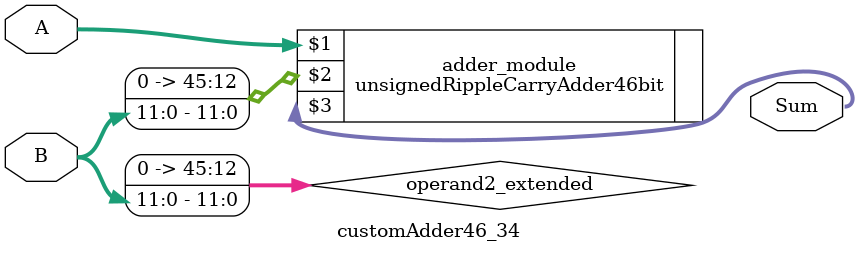
<source format=v>
module customAdder46_34(
                        input [45 : 0] A,
                        input [11 : 0] B,
                        
                        output [46 : 0] Sum
                );

        wire [45 : 0] operand2_extended;
        
        assign operand2_extended =  {34'b0, B};
        
        unsignedRippleCarryAdder46bit adder_module(
            A,
            operand2_extended,
            Sum
        );
        
        endmodule
        
</source>
